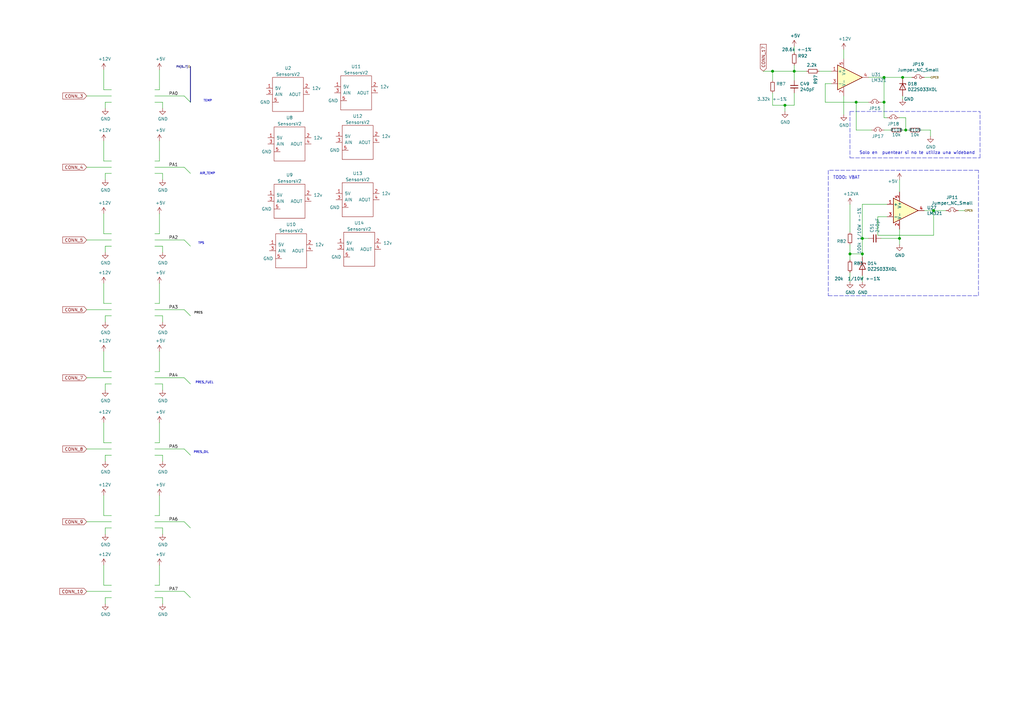
<source format=kicad_sch>
(kicad_sch (version 20210126) (generator eeschema)
  (paper "A3")
  (lib_symbols
    (symbol "Amplifier_Operational:LM321" (pin_names (offset 0.127))
      (property "Reference" "U" (at 0 7.62 0))
      (property "Value" "LM321" (at 0 5.08 0))
      (symbol "LM321_0_1"
        (polyline (pts (xy -5.08 5.08) (xy 5.08 0) (xy -5.08 -5.08) (xy -5.08 5.08)) (stroke (width 0.254)) (fill (type background)))
      )
      (symbol "LM321_1_1"
        (pin input line (at -7.62 2.54 0) (length 2.54) (name "+") (number "1"))
        (pin power_in line (at -2.54 -7.62 90) (length 3.81) (name "V-") (number "2"))
        (pin input line (at -7.62 -2.54 0) (length 2.54) (name "-") (number "3"))
        (pin output line (at 7.62 0 180) (length 2.54) (name "~") (number "4"))
        (pin power_in line (at -2.54 7.62 270) (length 3.81) (name "V+") (number "5"))
      )
    )
    (symbol "Device:C_Small" (pin_numbers hide) (pin_names (offset 0.254) hide)
      (property "Reference" "C" (at 0.254 1.778 0))
      (property "Value" "C_Small" (at 0.254 -2.032 0))
      (symbol "C_Small_0_1"
        (polyline (pts (xy -1.524 -0.508) (xy 1.524 -0.508)) (stroke (width 0.3302)))
        (polyline (pts (xy -1.524 0.508) (xy 1.524 0.508)) (stroke (width 0.3048)))
      )
      (symbol "C_Small_1_1"
        (pin passive line (at 0 2.54 270) (length 2.032) (name "~") (number "1"))
        (pin passive line (at 0 -2.54 90) (length 2.032) (name "~") (number "2"))
      )
    )
    (symbol "Device:Jumper_NC_Small" (pin_numbers hide) (pin_names (offset 0.762) hide)
      (property "Reference" "JP" (at 0 2.032 0))
      (property "Value" "Jumper_NC_Small" (at 0.254 -1.524 0))
      (symbol "Jumper_NC_Small_0_1"
        (arc (start 1.016 0.762) (end -1.016 0.762) (radius (at 0 -0.254) (length 1.4478) (angles 45 135)))
        (circle (center -1.016 0) (radius 0.508))
        (circle (center 1.016 0) (radius 0.508))
        (pin passive line (at -2.54 0 0) (length 1.016) (name "1") (number "1"))
        (pin passive line (at 2.54 0 180) (length 1.016) (name "2") (number "2"))
      )
    )
    (symbol "Device:R_Small" (pin_numbers hide) (pin_names (offset 0.254) hide)
      (property "Reference" "R" (at 0.762 0.508 0))
      (property "Value" "R_Small" (at 0.762 -1.016 0))
      (symbol "R_Small_0_1"
        (rectangle (start -0.762 1.778) (end 0.762 -1.778) (stroke (width 0.2032)))
      )
      (symbol "R_Small_1_1"
        (pin passive line (at 0 2.54 270) (length 0.762) (name "~") (number "1"))
        (pin passive line (at 0 -2.54 90) (length 0.762) (name "~") (number "2"))
      )
    )
    (symbol "Diode:DZ2S033X0L" (pin_numbers hide) (pin_names (offset 1.016) hide)
      (property "Reference" "D" (at 0 2.54 0))
      (property "Value" "DZ2S033X0L" (at 0 -2.54 0))
      (symbol "DZ2S033X0L_0_1"
        (polyline (pts (xy 1.27 0) (xy -1.27 0)))
        (polyline (pts (xy -1.27 -1.27) (xy -1.27 1.27) (xy -0.762 1.27)) (stroke (width 0.254)))
        (polyline (pts (xy 1.27 -1.27) (xy 1.27 1.27) (xy -1.27 0) (xy 1.27 -1.27)) (stroke (width 0.254)))
      )
      (symbol "DZ2S033X0L_1_1"
        (pin passive line (at -3.81 0 0) (length 2.54) (name "K") (number "1"))
        (pin passive line (at 3.81 0 180) (length 2.54) (name "A") (number "2"))
      )
    )
    (symbol "OpenEFI-STM32-rev3:SensorsV2" (pin_names (offset 1.016))
      (property "Reference" "U" (at -3.81 5.08 0))
      (property "Value" "SensorsV2" (at 0.635 -5.715 0))
      (symbol "SensorsV2_0_1"
        (rectangle (start -5.715 6.985) (end 6.985 -6.985))
      )
      (symbol "SensorsV2_1_1"
        (pin power_in line (at -8.255 2.54 0) (length 2.54) (name "5V") (number "1"))
        (pin power_in line (at 6.985 2.54 0) (length 2.54) (name "12v") (number "2"))
        (pin input line (at -8.255 0 0) (length 2.54) (name "AIN") (number "3"))
        (pin output line (at 9.525 0 180) (length 2.54) (name "AOUT") (number "4"))
        (pin input line (at -3.175 -3.175 180) (length 2.54) (name "GND") (number "5"))
      )
    )
    (symbol "power:+12V" (power) (pin_names (offset 0))
      (property "Value" "+12V" (at 0 3.556 0))
      (symbol "+12V_0_1"
        (polyline (pts (xy -0.762 1.27) (xy 0 2.54)))
        (polyline (pts (xy 0 0) (xy 0 2.54)))
        (polyline (pts (xy 0 2.54) (xy 0.762 1.27)))
      )
      (symbol "+12V_1_1"
        (pin power_in line (at 0 0 90) (length 0) hide (name "+12V") (number "1"))
      )
    )
    (symbol "power:+12VA" (power) (pin_names (offset 0))
      (property "Value" "+12VA" (at 0 3.556 0))
      (symbol "+12VA_0_1"
        (polyline (pts (xy -0.762 1.27) (xy 0 2.54)))
        (polyline (pts (xy 0 0) (xy 0 2.54)))
        (polyline (pts (xy 0 2.54) (xy 0.762 1.27)))
      )
      (symbol "+12VA_1_1"
        (pin power_in line (at 0 0 90) (length 0) hide (name "+12VA") (number "1"))
      )
    )
    (symbol "power:+5V" (power) (pin_names (offset 0))
      (property "Value" "+5V" (at 0 3.556 0))
      (symbol "+5V_0_1"
        (polyline (pts (xy -0.762 1.27) (xy 0 2.54)))
        (polyline (pts (xy 0 0) (xy 0 2.54)))
        (polyline (pts (xy 0 2.54) (xy 0.762 1.27)))
      )
      (symbol "+5V_1_1"
        (pin power_in line (at 0 0 90) (length 0) hide (name "+5V") (number "1"))
      )
    )
    (symbol "power:GND" (power) (pin_names (offset 0))
      (property "Value" "GND" (at 0 -3.81 0))
      (symbol "GND_0_1"
        (polyline (pts (xy 0 0) (xy 0 -1.27) (xy 1.27 -1.27) (xy 0 -2.54) (xy -1.27 -1.27) (xy 0 -1.27)))
      )
      (symbol "GND_1_1"
        (pin power_in line (at 0 0 270) (length 0) hide (name "GND") (number "1"))
      )
    )
  )
  (junction (at 316.865 29.21) (diameter 1.016))
  (junction (at 321.945 43.18) (diameter 1.016))
  (junction (at 325.755 29.21) (diameter 1.016))
  (junction (at 348.615 104.14) (diameter 1.016))
  (junction (at 351.155 41.91) (diameter 1.016))
  (junction (at 353.695 97.79) (diameter 1.016))
  (junction (at 353.695 104.14) (diameter 1.016))
  (junction (at 362.585 31.75) (diameter 1.016))
  (junction (at 362.585 41.91) (diameter 1.016))
  (junction (at 368.935 97.79) (diameter 1.016))
  (junction (at 370.205 31.75) (diameter 1.016))
  (junction (at 371.475 53.34) (diameter 1.016))
  (junction (at 382.905 86.36) (diameter 1.016))
  (bus_entry (at 75.565 39.37) (size 2.54 2.54) (stroke (width 0.1524)))
  (bus_entry (at 75.565 68.58) (size 2.54 2.54) (stroke (width 0.1524)))
  (bus_entry (at 75.565 98.425) (size 2.54 2.54) (stroke (width 0.1524)))
  (bus_entry (at 75.565 127) (size 2.54 2.54) (stroke (width 0.1524)))
  (bus_entry (at 75.565 154.94) (size 2.54 2.54) (stroke (width 0.1524)))
  (bus_entry (at 75.565 184.15) (size 2.54 2.54) (stroke (width 0.1524)))
  (bus_entry (at 75.565 213.995) (size 2.54 2.54) (stroke (width 0.1524)))
  (bus_entry (at 75.565 242.57) (size 2.54 2.54) (stroke (width 0.1524)))
  (wire (pts (xy 35.56 39.37) (xy 45.72 39.37)))
  (wire (pts (xy 35.56 68.58) (xy 45.72 68.58)))
  (wire (pts (xy 35.56 98.425) (xy 45.72 98.425)))
  (wire (pts (xy 35.56 127) (xy 45.72 127)))
  (wire (pts (xy 35.56 154.94) (xy 45.72 154.94)))
  (wire (pts (xy 35.56 184.15) (xy 45.72 184.15)))
  (wire (pts (xy 35.56 213.995) (xy 45.72 213.995)))
  (wire (pts (xy 35.56 242.57) (xy 45.72 242.57)))
  (wire (pts (xy 42.545 28.575) (xy 42.545 36.83)))
  (wire (pts (xy 42.545 36.83) (xy 45.72 36.83)))
  (wire (pts (xy 42.545 57.785) (xy 42.545 66.04)))
  (wire (pts (xy 42.545 66.04) (xy 45.72 66.04)))
  (wire (pts (xy 42.545 87.63) (xy 42.545 95.885)))
  (wire (pts (xy 42.545 95.885) (xy 45.72 95.885)))
  (wire (pts (xy 42.545 116.205) (xy 42.545 124.46)))
  (wire (pts (xy 42.545 124.46) (xy 45.72 124.46)))
  (wire (pts (xy 42.545 144.145) (xy 42.545 152.4)))
  (wire (pts (xy 42.545 152.4) (xy 45.72 152.4)))
  (wire (pts (xy 42.545 173.355) (xy 42.545 181.61)))
  (wire (pts (xy 42.545 181.61) (xy 45.72 181.61)))
  (wire (pts (xy 42.545 203.2) (xy 42.545 211.455)))
  (wire (pts (xy 42.545 211.455) (xy 45.72 211.455)))
  (wire (pts (xy 42.545 231.775) (xy 42.545 240.03)))
  (wire (pts (xy 42.545 240.03) (xy 45.72 240.03)))
  (wire (pts (xy 43.18 41.91) (xy 43.18 44.45)))
  (wire (pts (xy 43.18 71.12) (xy 43.18 73.66)))
  (wire (pts (xy 43.18 100.965) (xy 43.18 103.505)))
  (wire (pts (xy 43.18 129.54) (xy 43.18 132.08)))
  (wire (pts (xy 43.18 157.48) (xy 43.18 160.02)))
  (wire (pts (xy 43.18 186.69) (xy 43.18 189.23)))
  (wire (pts (xy 43.18 216.535) (xy 43.18 219.075)))
  (wire (pts (xy 43.18 245.11) (xy 43.18 247.65)))
  (wire (pts (xy 45.72 41.91) (xy 43.18 41.91)))
  (wire (pts (xy 45.72 71.12) (xy 43.18 71.12)))
  (wire (pts (xy 45.72 100.965) (xy 43.18 100.965)))
  (wire (pts (xy 45.72 129.54) (xy 43.18 129.54)))
  (wire (pts (xy 45.72 157.48) (xy 43.18 157.48)))
  (wire (pts (xy 45.72 186.69) (xy 43.18 186.69)))
  (wire (pts (xy 45.72 216.535) (xy 43.18 216.535)))
  (wire (pts (xy 45.72 245.11) (xy 43.18 245.11)))
  (wire (pts (xy 63.5 36.83) (xy 65.405 36.83)))
  (wire (pts (xy 63.5 39.37) (xy 75.565 39.37)))
  (wire (pts (xy 63.5 41.91) (xy 66.675 41.91)))
  (wire (pts (xy 63.5 66.04) (xy 65.405 66.04)))
  (wire (pts (xy 63.5 68.58) (xy 75.565 68.58)))
  (wire (pts (xy 63.5 71.12) (xy 66.675 71.12)))
  (wire (pts (xy 63.5 95.885) (xy 65.405 95.885)))
  (wire (pts (xy 63.5 98.425) (xy 75.565 98.425)))
  (wire (pts (xy 63.5 100.965) (xy 66.675 100.965)))
  (wire (pts (xy 63.5 124.46) (xy 65.405 124.46)))
  (wire (pts (xy 63.5 127) (xy 75.565 127)))
  (wire (pts (xy 63.5 129.54) (xy 66.675 129.54)))
  (wire (pts (xy 63.5 152.4) (xy 65.405 152.4)))
  (wire (pts (xy 63.5 154.94) (xy 75.565 154.94)))
  (wire (pts (xy 63.5 157.48) (xy 66.675 157.48)))
  (wire (pts (xy 63.5 181.61) (xy 65.405 181.61)))
  (wire (pts (xy 63.5 184.15) (xy 75.565 184.15)))
  (wire (pts (xy 63.5 186.69) (xy 66.675 186.69)))
  (wire (pts (xy 63.5 211.455) (xy 65.405 211.455)))
  (wire (pts (xy 63.5 213.995) (xy 75.565 213.995)))
  (wire (pts (xy 63.5 216.535) (xy 66.675 216.535)))
  (wire (pts (xy 63.5 240.03) (xy 65.405 240.03)))
  (wire (pts (xy 63.5 242.57) (xy 75.565 242.57)))
  (wire (pts (xy 63.5 245.11) (xy 66.675 245.11)))
  (wire (pts (xy 65.405 28.575) (xy 65.405 36.83)))
  (wire (pts (xy 65.405 57.785) (xy 65.405 66.04)))
  (wire (pts (xy 65.405 87.63) (xy 65.405 95.885)))
  (wire (pts (xy 65.405 116.205) (xy 65.405 124.46)))
  (wire (pts (xy 65.405 144.145) (xy 65.405 152.4)))
  (wire (pts (xy 65.405 173.355) (xy 65.405 181.61)))
  (wire (pts (xy 65.405 203.2) (xy 65.405 211.455)))
  (wire (pts (xy 65.405 231.775) (xy 65.405 240.03)))
  (wire (pts (xy 66.675 41.91) (xy 66.675 44.45)))
  (wire (pts (xy 66.675 71.12) (xy 66.675 73.66)))
  (wire (pts (xy 66.675 100.965) (xy 66.675 103.505)))
  (wire (pts (xy 66.675 129.54) (xy 66.675 132.08)))
  (wire (pts (xy 66.675 157.48) (xy 66.675 160.02)))
  (wire (pts (xy 66.675 186.69) (xy 66.675 189.23)))
  (wire (pts (xy 66.675 216.535) (xy 66.675 219.075)))
  (wire (pts (xy 66.675 245.11) (xy 66.675 247.65)))
  (wire (pts (xy 316.865 29.21) (xy 313.055 29.21)))
  (wire (pts (xy 316.865 33.02) (xy 316.865 29.21)))
  (wire (pts (xy 316.865 38.1) (xy 316.865 43.18)))
  (wire (pts (xy 316.865 43.18) (xy 321.945 43.18)))
  (wire (pts (xy 321.945 43.18) (xy 325.755 43.18)))
  (wire (pts (xy 321.945 45.72) (xy 321.945 43.18)))
  (wire (pts (xy 325.755 19.05) (xy 325.755 21.59)))
  (wire (pts (xy 325.755 26.67) (xy 325.755 29.21)))
  (wire (pts (xy 325.755 29.21) (xy 316.865 29.21)))
  (wire (pts (xy 325.755 29.21) (xy 325.755 33.02)))
  (wire (pts (xy 325.755 43.18) (xy 325.755 38.1)))
  (wire (pts (xy 330.835 29.21) (xy 325.755 29.21)))
  (wire (pts (xy 335.915 29.21) (xy 340.995 29.21)))
  (wire (pts (xy 338.455 34.29) (xy 338.455 41.91)))
  (wire (pts (xy 340.995 34.29) (xy 338.455 34.29)))
  (wire (pts (xy 346.075 24.13) (xy 346.075 20.32)))
  (wire (pts (xy 346.075 39.37) (xy 346.075 46.99)))
  (wire (pts (xy 348.615 83.82) (xy 348.615 95.25)))
  (wire (pts (xy 348.615 100.33) (xy 348.615 104.14)))
  (wire (pts (xy 348.615 104.14) (xy 348.615 106.68)))
  (wire (pts (xy 348.615 111.76) (xy 348.615 115.57)))
  (wire (pts (xy 351.155 41.91) (xy 338.455 41.91)))
  (wire (pts (xy 351.155 53.34) (xy 351.155 41.91)))
  (wire (pts (xy 353.695 83.82) (xy 353.695 97.79)))
  (wire (pts (xy 353.695 83.82) (xy 363.855 83.82)))
  (wire (pts (xy 353.695 97.79) (xy 353.695 104.14)))
  (wire (pts (xy 353.695 104.14) (xy 348.615 104.14)))
  (wire (pts (xy 353.695 105.41) (xy 353.695 104.14)))
  (wire (pts (xy 353.695 115.57) (xy 353.695 113.03)))
  (wire (pts (xy 356.235 41.91) (xy 351.155 41.91)))
  (wire (pts (xy 356.235 97.79) (xy 353.695 97.79)))
  (wire (pts (xy 357.505 53.34) (xy 351.155 53.34)))
  (wire (pts (xy 360.045 88.9) (xy 360.045 96.52)))
  (wire (pts (xy 360.045 96.52) (xy 382.905 96.52)))
  (wire (pts (xy 361.315 41.91) (xy 362.585 41.91)))
  (wire (pts (xy 361.315 97.79) (xy 368.935 97.79)))
  (wire (pts (xy 362.585 31.75) (xy 356.235 31.75)))
  (wire (pts (xy 362.585 31.75) (xy 370.205 31.75)))
  (wire (pts (xy 362.585 41.91) (xy 362.585 31.75)))
  (wire (pts (xy 362.585 48.26) (xy 362.585 41.91)))
  (wire (pts (xy 362.585 53.34) (xy 365.125 53.34)))
  (wire (pts (xy 363.855 48.26) (xy 362.585 48.26)))
  (wire (pts (xy 363.855 88.9) (xy 360.045 88.9)))
  (wire (pts (xy 368.935 78.74) (xy 368.935 73.66)))
  (wire (pts (xy 368.935 97.79) (xy 368.935 93.98)))
  (wire (pts (xy 368.935 100.33) (xy 368.935 97.79)))
  (wire (pts (xy 370.205 31.75) (xy 374.015 31.75)))
  (wire (pts (xy 370.205 40.64) (xy 370.205 39.37)))
  (wire (pts (xy 370.205 53.34) (xy 371.475 53.34)))
  (wire (pts (xy 371.475 48.26) (xy 368.935 48.26)))
  (wire (pts (xy 371.475 53.34) (xy 371.475 48.26)))
  (wire (pts (xy 371.475 53.34) (xy 372.745 53.34)))
  (wire (pts (xy 377.825 53.34) (xy 381.635 53.34)))
  (wire (pts (xy 381.635 31.75) (xy 379.095 31.75)))
  (wire (pts (xy 381.635 53.34) (xy 381.635 55.88)))
  (wire (pts (xy 382.905 86.36) (xy 379.095 86.36)))
  (wire (pts (xy 382.905 86.36) (xy 387.985 86.36)))
  (wire (pts (xy 382.905 96.52) (xy 382.905 86.36)))
  (wire (pts (xy 395.605 86.36) (xy 393.065 86.36)))
  (bus (pts (xy 78.105 27.305) (xy 78.105 245.11)))
  (polyline (pts (xy 339.725 69.85) (xy 339.725 121.285)) (stroke (width 0) (type dash)))
  (polyline (pts (xy 339.725 121.285) (xy 401.32 121.285)) (stroke (width 0) (type dash)))
  (polyline (pts (xy 348.615 45.72) (xy 348.615 64.77)) (stroke (width 0) (type dash)))
  (polyline (pts (xy 348.615 45.72) (xy 401.955 45.72)) (stroke (width 0) (type dash)))
  (polyline (pts (xy 348.615 64.77) (xy 401.955 64.77)) (stroke (width 0) (type dash)))
  (polyline (pts (xy 401.32 69.85) (xy 339.725 69.85)) (stroke (width 0) (type dash)))
  (polyline (pts (xy 401.32 121.285) (xy 401.32 69.85)) (stroke (width 0) (type dash)))
  (polyline (pts (xy 401.955 64.77) (xy 401.955 45.72)) (stroke (width 0) (type dash)))
  (text "TPS" (at 83.82 100.33 180) (effects (font (size 0.889 0.889)) (justify right bottom)))
  (text "PRES_OIL" (at 85.725 186.055 180) (effects (font (size 0.889 0.889)) (justify right bottom)))
  (text "TEMP" (at 86.995 41.91 180) (effects (font (size 0.889 0.889)) (justify right bottom)))
  (text "PRES_FUEL" (at 87.63 157.48 180) (effects (font (size 0.889 0.889)) (justify right bottom)))
  (text "AIR_TEMP" (at 88.265 71.755 180) (effects (font (size 0.889 0.889)) (justify right bottom)))
  (text "TODO: VBAT" (at 341.63 73.66 0) (effects (font (size 1.27 1.27)) (justify left bottom)))
  (text "Solo en  puentear si no te utiliza una wideband" (at 352.425 63.5 0) (effects (font (size 1.27 1.27)) (justify left bottom)))
  (label "PA0" (at 73.025 39.37 180))
  (label "PA1" (at 73.025 68.58 180))
  (label "PA2" (at 73.025 98.425 180))
  (label "PA3" (at 73.025 127 180))
  (label "PA4" (at 73.025 154.94 180))
  (label "PA5" (at 73.025 184.15 180))
  (label "PA6" (at 73.025 213.995 180))
  (label "PA7" (at 73.025 242.57 180))
  (label "PRES" (at 83.185 128.905 180) (effects (font (size 0.889 0.889))))
  (global_label "CONN_3" (shape input) (at 35.56 39.37 180) (property "Intersheet References" "${INTERSHEET_REFS}" (effects hide)))
  (global_label "CONN_4" (shape input) (at 35.56 68.58 180) (property "Intersheet References" "${INTERSHEET_REFS}" (effects hide)))
  (global_label "CONN_5" (shape input) (at 35.56 98.425 180) (property "Intersheet References" "${INTERSHEET_REFS}" (effects hide)))
  (global_label "CONN_6" (shape input) (at 35.56 127 180) (property "Intersheet References" "${INTERSHEET_REFS}" (effects hide)))
  (global_label "CONN_7" (shape input) (at 35.56 154.94 180) (property "Intersheet References" "${INTERSHEET_REFS}" (effects hide)))
  (global_label "CONN_8" (shape input) (at 35.56 184.15 180) (property "Intersheet References" "${INTERSHEET_REFS}" (effects hide)))
  (global_label "CONN_9" (shape input) (at 35.56 213.995 180) (property "Intersheet References" "${INTERSHEET_REFS}" (effects hide)))
  (global_label "CONN_10" (shape input) (at 35.56 242.57 180) (property "Intersheet References" "${INTERSHEET_REFS}" (effects hide)))
  (global_label "CONN_17" (shape input) (at 313.055 29.21 90) (property "Intersheet References" "${INTERSHEET_REFS}" (effects hide)))
  (hierarchical_label "PA[0..7]" (shape input) (at 78.105 27.305 180) (effects (font (size 0.787 0.787))))
  (hierarchical_label "PC0" (shape input) (at 381.635 31.75 0) (effects (font (size 0.7874 0.7874))))
  (hierarchical_label "PC5" (shape input) (at 395.605 86.36 0) (effects (font (size 0.7874 0.7874))))
  (symbol (lib_id "power:+12V") (at 42.545 28.575 0) (unit 1)
    (property "Reference" "#PWR037" (effects hide))
    (property "Value" "+12V" (at 42.926 24.1808 0))
  )
  (symbol (lib_id "power:+12V") (at 42.545 57.785 0) (unit 1)
    (property "Reference" "#PWR0104" (effects hide))
    (property "Value" "+12V" (at 42.926 53.3908 0))
  )
  (symbol (lib_id "power:+12V") (at 42.545 87.63 0) (unit 1)
    (property "Reference" "#PWR0187" (effects hide))
    (property "Value" "+12V" (at 42.926 83.2358 0))
  )
  (symbol (lib_id "power:+12V") (at 42.545 116.205 0) (unit 1)
    (property "Reference" "#PWR0190" (effects hide))
    (property "Value" "+12V" (at 42.926 111.8108 0))
  )
  (symbol (lib_id "power:+12V") (at 42.545 144.145 0) (unit 1)
    (property "Reference" "#PWR0191" (effects hide))
    (property "Value" "+12V" (at 42.926 139.7508 0))
  )
  (symbol (lib_id "power:+12V") (at 42.545 173.355 0) (unit 1)
    (property "Reference" "#PWR0195" (effects hide))
    (property "Value" "+12V" (at 42.926 168.9608 0))
  )
  (symbol (lib_id "power:+12V") (at 42.545 203.2 0) (unit 1)
    (property "Reference" "#PWR0202" (effects hide))
    (property "Value" "+12V" (at 42.926 198.8058 0))
  )
  (symbol (lib_id "power:+12V") (at 42.545 231.775 0) (unit 1)
    (property "Reference" "#PWR0204" (effects hide))
    (property "Value" "+12V" (at 42.926 227.3808 0))
  )
  (symbol (lib_id "power:+5V") (at 65.405 28.575 0) (unit 1)
    (property "Reference" "#PWR032" (effects hide))
    (property "Value" "+5V" (at 65.786 24.1808 0))
  )
  (symbol (lib_id "power:+5V") (at 65.405 57.785 0) (unit 1)
    (property "Reference" "#PWR0103" (effects hide))
    (property "Value" "+5V" (at 65.786 53.3908 0))
  )
  (symbol (lib_id "power:+5V") (at 65.405 87.63 0) (unit 1)
    (property "Reference" "#PWR0186" (effects hide))
    (property "Value" "+5V" (at 65.786 83.2358 0))
  )
  (symbol (lib_id "power:+5V") (at 65.405 116.205 0) (unit 1)
    (property "Reference" "#PWR0182" (effects hide))
    (property "Value" "+5V" (at 65.786 111.8108 0))
  )
  (symbol (lib_id "power:+5V") (at 65.405 144.145 0) (unit 1)
    (property "Reference" "#PWR0193" (effects hide))
    (property "Value" "+5V" (at 65.786 139.7508 0))
  )
  (symbol (lib_id "power:+5V") (at 65.405 173.355 0) (unit 1)
    (property "Reference" "#PWR0194" (effects hide))
    (property "Value" "+5V" (at 65.786 168.9608 0))
  )
  (symbol (lib_id "power:+5V") (at 65.405 203.2 0) (unit 1)
    (property "Reference" "#PWR0203" (effects hide))
    (property "Value" "+5V" (at 65.786 198.8058 0))
  )
  (symbol (lib_id "power:+5V") (at 65.405 231.775 0) (unit 1)
    (property "Reference" "#PWR0207" (effects hide))
    (property "Value" "+5V" (at 65.786 227.3808 0))
  )
  (symbol (lib_id "power:+5V") (at 325.755 19.05 0) (unit 1)
    (property "Reference" "#PWR0143" (effects hide))
    (property "Value" "+5V" (at 326.136 14.6558 0))
  )
  (symbol (lib_id "power:+12V") (at 346.075 20.32 0) (unit 1)
    (property "Reference" "#PWR0151" (effects hide))
    (property "Value" "+12V" (at 346.456 15.9258 0))
  )
  (symbol (lib_id "power:+12VA") (at 348.615 83.82 0) (unit 1)
    (property "Reference" "#PWR0179" (effects hide))
    (property "Value" "+12VA" (at 348.9833 79.4956 0))
  )
  (symbol (lib_id "power:+5V") (at 368.935 73.66 0) (unit 1)
    (property "Reference" "#PWR0133" (effects hide))
    (property "Value" "+5V" (at 366.141 74.3458 0))
  )
  (symbol (lib_id "power:GND") (at 43.18 44.45 0) (unit 1)
    (property "Reference" "#PWR0180" (effects hide))
    (property "Value" "GND" (at 43.2943 48.7744 0))
  )
  (symbol (lib_id "power:GND") (at 43.18 73.66 0) (unit 1)
    (property "Reference" "#PWR0185" (effects hide))
    (property "Value" "GND" (at 43.2943 77.9844 0))
  )
  (symbol (lib_id "power:GND") (at 43.18 103.505 0) (unit 1)
    (property "Reference" "#PWR0188" (effects hide))
    (property "Value" "GND" (at 43.2943 107.8294 0))
  )
  (symbol (lib_id "power:GND") (at 43.18 132.08 0) (unit 1)
    (property "Reference" "#PWR0192" (effects hide))
    (property "Value" "GND" (at 43.2943 136.4044 0))
  )
  (symbol (lib_id "power:GND") (at 43.18 160.02 0) (unit 1)
    (property "Reference" "#PWR0196" (effects hide))
    (property "Value" "GND" (at 43.2943 164.3444 0))
  )
  (symbol (lib_id "power:GND") (at 43.18 189.23 0) (unit 1)
    (property "Reference" "#PWR0200" (effects hide))
    (property "Value" "GND" (at 43.2943 193.5544 0))
  )
  (symbol (lib_id "power:GND") (at 43.18 219.075 0) (unit 1)
    (property "Reference" "#PWR0206" (effects hide))
    (property "Value" "GND" (at 43.2943 223.3994 0))
  )
  (symbol (lib_id "power:GND") (at 43.18 247.65 0) (unit 1)
    (property "Reference" "#PWR0199" (effects hide))
    (property "Value" "GND" (at 43.2943 251.9744 0))
  )
  (symbol (lib_id "power:GND") (at 66.675 44.45 0) (unit 1)
    (property "Reference" "#PWR0181" (effects hide))
    (property "Value" "GND" (at 66.7893 48.7744 0))
  )
  (symbol (lib_id "power:GND") (at 66.675 73.66 0) (unit 1)
    (property "Reference" "#PWR0184" (effects hide))
    (property "Value" "GND" (at 66.7893 77.9844 0))
  )
  (symbol (lib_id "power:GND") (at 66.675 103.505 0) (unit 1)
    (property "Reference" "#PWR0189" (effects hide))
    (property "Value" "GND" (at 66.7893 107.8294 0))
  )
  (symbol (lib_id "power:GND") (at 66.675 132.08 0) (unit 1)
    (property "Reference" "#PWR0183" (effects hide))
    (property "Value" "GND" (at 66.7893 136.4044 0))
  )
  (symbol (lib_id "power:GND") (at 66.675 160.02 0) (unit 1)
    (property "Reference" "#PWR0197" (effects hide))
    (property "Value" "GND" (at 66.7893 164.3444 0))
  )
  (symbol (lib_id "power:GND") (at 66.675 189.23 0) (unit 1)
    (property "Reference" "#PWR0201" (effects hide))
    (property "Value" "GND" (at 66.7893 193.5544 0))
  )
  (symbol (lib_id "power:GND") (at 66.675 219.075 0) (unit 1)
    (property "Reference" "#PWR0198" (effects hide))
    (property "Value" "GND" (at 66.7893 223.3994 0))
  )
  (symbol (lib_id "power:GND") (at 66.675 247.65 0) (unit 1)
    (property "Reference" "#PWR0205" (effects hide))
    (property "Value" "GND" (at 66.7893 251.9744 0))
  )
  (symbol (lib_id "power:GND") (at 321.945 45.72 0) (unit 1)
    (property "Reference" "#PWR0138" (effects hide))
    (property "Value" "GND" (at 322.072 50.1142 0))
  )
  (symbol (lib_id "power:GND") (at 346.075 46.99 0) (unit 1)
    (property "Reference" "#PWR0158" (effects hide))
    (property "Value" "GND" (at 346.202 51.3842 0))
  )
  (symbol (lib_id "power:GND") (at 348.615 115.57 0) (unit 1)
    (property "Reference" "#PWR0131" (effects hide))
    (property "Value" "GND" (at 348.742 119.9642 0))
  )
  (symbol (lib_id "power:GND") (at 353.695 115.57 0) (unit 1)
    (property "Reference" "#PWR0132" (effects hide))
    (property "Value" "GND" (at 353.822 119.9642 0))
  )
  (symbol (lib_id "power:GND") (at 368.935 100.33 0) (unit 1)
    (property "Reference" "#PWR0134" (effects hide))
    (property "Value" "GND" (at 369.062 104.7242 0))
  )
  (symbol (lib_id "power:GND") (at 370.205 40.64 0) (unit 1)
    (property "Reference" "#PWR0171" (effects hide))
    (property "Value" "GND" (at 372.745 40.64 0))
  )
  (symbol (lib_id "power:GND") (at 381.635 55.88 0) (unit 1)
    (property "Reference" "#PWR0152" (effects hide))
    (property "Value" "GND" (at 381.762 60.2742 0))
  )
  (symbol (lib_id "Device:Jumper_NC_Small") (at 358.775 41.91 0) (unit 1)
    (property "Reference" "JP15" (at 358.775 44.45 0))
    (property "Value" "Jumper_NC_Small" (effects hide))
    (property "Footprint" "Jumper:SolderJumper-2_P1.3mm_Open_TrianglePad1.0x1.5mm" (effects hide))
  )
  (symbol (lib_id "Device:Jumper_NC_Small") (at 360.045 53.34 0) (unit 1)
    (property "Reference" "JP17" (at 360.045 55.88 0))
    (property "Value" "Jumper_NC_Small" (effects hide))
    (property "Footprint" "Jumper:SolderJumper-2_P1.3mm_Open_TrianglePad1.0x1.5mm" (effects hide))
  )
  (symbol (lib_id "Device:Jumper_NC_Small") (at 366.395 48.26 0) (unit 1)
    (property "Reference" "JP18" (at 366.395 50.8 0))
    (property "Value" "Jumper_NC_Small" (effects hide))
    (property "Footprint" "Jumper:SolderJumper-2_P1.3mm_Open_TrianglePad1.0x1.5mm" (effects hide))
  )
  (symbol (lib_id "Device:Jumper_NC_Small") (at 376.555 31.75 0) (unit 1)
    (property "Reference" "JP19" (at 376.555 26.3652 0))
    (property "Value" "Jumper_NC_Small" (at 376.555 28.6766 0))
    (property "Footprint" "Jumper:SolderJumper-2_P1.3mm_Open_TrianglePad1.0x1.5mm" (effects hide))
  )
  (symbol (lib_id "Device:Jumper_NC_Small") (at 390.525 86.36 0) (unit 1)
    (property "Reference" "JP11" (at 390.525 80.9752 0))
    (property "Value" "Jumper_NC_Small" (at 390.525 83.2866 0))
    (property "Footprint" "Jumper:SolderJumper-2_P1.3mm_Open_TrianglePad1.0x1.5mm" (effects hide))
  )
  (symbol (lib_id "Device:R_Small") (at 316.865 35.56 0) (unit 1)
    (property "Reference" "R87" (at 318.3636 34.3916 0) (effects (justify left)))
    (property "Value" "3.32k +-1%" (at 310.515 40.64 0) (effects (justify left)))
    (property "Footprint" "Resistor_SMD:R_0603_1608Metric" (effects hide))
    (property "LCSC" "C234508" (effects hide))
  )
  (symbol (lib_id "Device:R_Small") (at 325.755 24.13 180) (unit 1)
    (property "Reference" "R92" (at 327.2536 22.9616 0) (effects (justify right)))
    (property "Value" "28.6k +-1%" (at 320.675 20.32 0) (effects (justify right)))
    (property "Footprint" "Resistor_SMD:R_0603_1608Metric" (effects hide))
    (property "LCSC" "C217931" (effects hide))
  )
  (symbol (lib_id "Device:R_Small") (at 333.375 29.21 270) (unit 1)
    (property "Reference" "R97" (at 334.5434 30.7086 0) (effects (justify left)))
    (property "Value" "2.2k" (at 330.835 26.67 90) (effects (justify left)))
    (property "Footprint" "Resistor_SMD:R_0603_1608Metric" (effects hide))
    (property "LCSC" "C309092" (effects hide))
  )
  (symbol (lib_id "Device:R_Small") (at 348.615 97.79 180) (unit 1)
    (property "Reference" "R82" (at 347.1164 98.9584 0) (effects (justify left)))
    (property "Value" "100k 1/10W +-1%" (at 352.425 85.09 90) (effects (justify left)))
    (property "Footprint" "Resistor_SMD:R_0603_1608Metric" (effects hide))
    (property "LCSC" "C217840" (effects hide))
  )
  (symbol (lib_id "Device:R_Small") (at 348.615 109.22 0) (unit 1)
    (property "Reference" "R83" (at 350.1136 108.0516 0) (effects (justify left)))
    (property "Value" "20k  1/10W +-1%" (at 342.265 114.3 0) (effects (justify left)))
    (property "Footprint" "Resistor_SMD:R_0603_1608Metric" (effects hide))
  )
  (symbol (lib_id "Device:R_Small") (at 367.665 53.34 270) (mirror x) (unit 1)
    (property "Reference" "R108" (at 367.665 53.34 90))
    (property "Value" "10k" (at 367.665 55.245 90))
    (property "Footprint" "Resistor_SMD:R_0603_1608Metric" (effects hide))
  )
  (symbol (lib_id "Device:R_Small") (at 375.285 53.34 270) (mirror x) (unit 1)
    (property "Reference" "R109" (at 375.285 53.34 90))
    (property "Value" "10k" (at 375.285 55.245 90))
    (property "Footprint" "Resistor_SMD:R_0603_1608Metric" (effects hide))
  )
  (symbol (lib_id "Device:C_Small") (at 325.755 35.56 0) (unit 1)
    (property "Reference" "C49" (at 328.0918 34.3916 0) (effects (justify left)))
    (property "Value" "240pF" (at 328.0918 36.703 0) (effects (justify left)))
    (property "Footprint" "Capacitor_SMD:C_0603_1608Metric" (effects hide))
    (property "LCSC" "C185593" (effects hide))
  )
  (symbol (lib_id "Device:C_Small") (at 358.775 97.79 90) (unit 1)
    (property "Reference" "C51" (at 357.6066 95.4532 0) (effects (justify left)))
    (property "Value" "240pF" (at 359.918 95.4532 0) (effects (justify left)))
    (property "Footprint" "Capacitor_SMD:C_0603_1608Metric" (effects hide))
    (property "LCSC" "C185593" (effects hide))
  )
  (symbol (lib_id "Diode:DZ2S033X0L") (at 353.695 109.22 270) (unit 1)
    (property "Reference" "D14" (at 355.727 108.0516 90) (effects (justify left)))
    (property "Value" "DZ2S033X0L" (at 355.727 110.363 90) (effects (justify left)))
    (property "Footprint" "Diode_SMD:D_MiniMELF" (effects hide))
    (property "Datasheet" "https://industrial.panasonic.com/content/data/SC/ds/ds4/DZ2S03300L_E.pdf" (effects hide))
    (property "LCSC" "C8056" (effects hide))
  )
  (symbol (lib_id "Diode:DZ2S033X0L") (at 370.205 35.56 270) (unit 1)
    (property "Reference" "D18" (at 372.237 34.3916 90) (effects (justify left)))
    (property "Value" "DZ2S033X0L" (at 372.237 36.703 90) (effects (justify left)))
    (property "Footprint" "Diode_SMD:D_MiniMELF" (effects hide))
    (property "Datasheet" "https://industrial.panasonic.com/content/data/SC/ds/ds4/DZ2S03300L_E.pdf" (effects hide))
    (property "LCSC" "C8056" (effects hide))
  )
  (symbol (lib_id "Amplifier_Operational:LM321") (at 348.615 31.75 0) (unit 1)
    (property "Reference" "U31" (at 357.3526 30.5816 0) (effects (justify left)))
    (property "Value" "LM321" (at 357.3526 32.893 0) (effects (justify left)))
    (property "Footprint" "Package_TO_SOT_SMD:SOT-23-5" (effects hide))
    (property "Datasheet" "http://www.ti.com/lit/ds/symlink/lm321.pdf" (effects hide))
  )
  (symbol (lib_id "Amplifier_Operational:LM321") (at 371.475 86.36 0) (unit 1)
    (property "Reference" "U27" (at 380.2126 85.1916 0) (effects (justify left)))
    (property "Value" "LM321" (at 380.2126 87.503 0) (effects (justify left)))
    (property "Footprint" "Package_TO_SOT_SMD:SOT-23-5" (effects hide))
    (property "Datasheet" "http://www.ti.com/lit/ds/symlink/lm321.pdf" (effects hide))
  )
  (symbol (lib_id "OpenEFI-STM32-rev3:SensorsV2") (at 117.475 38.735 0) (unit 1)
    (property "Reference" "U2" (at 118.11 27.94 0))
    (property "Value" "SensorsV2" (at 118.11 30.48 0))
    (property "Footprint" "OpenEFI-STM32F_rev3:Sensors_v2" (effects hide))
  )
  (symbol (lib_id "OpenEFI-STM32-rev3:SensorsV2") (at 118.11 59.055 0) (unit 1)
    (property "Reference" "U8" (at 118.745 48.26 0))
    (property "Value" "SensorsV2" (at 118.745 50.8 0))
    (property "Footprint" "OpenEFI-STM32F_rev3:Sensors_v2" (effects hide))
  )
  (symbol (lib_id "OpenEFI-STM32-rev3:SensorsV2") (at 118.11 82.55 0) (unit 1)
    (property "Reference" "U9" (at 118.745 71.755 0))
    (property "Value" "SensorsV2" (at 118.745 74.295 0))
    (property "Footprint" "OpenEFI-STM32F_rev3:Sensors_v2" (effects hide))
  )
  (symbol (lib_id "OpenEFI-STM32-rev3:SensorsV2") (at 118.745 102.87 0) (unit 1)
    (property "Reference" "U10" (at 119.38 92.075 0))
    (property "Value" "SensorsV2" (at 119.38 94.615 0))
    (property "Footprint" "OpenEFI-STM32F_rev3:Sensors_v2" (effects hide))
  )
  (symbol (lib_id "OpenEFI-STM32-rev3:SensorsV2") (at 145.415 38.1 0) (unit 1)
    (property "Reference" "U11" (at 146.05 27.305 0))
    (property "Value" "SensorsV2" (at 146.05 29.845 0))
    (property "Footprint" "OpenEFI-STM32F_rev3:Sensors_v2" (effects hide))
  )
  (symbol (lib_id "OpenEFI-STM32-rev3:SensorsV2") (at 146.05 58.42 0) (unit 1)
    (property "Reference" "U12" (at 146.685 47.625 0))
    (property "Value" "SensorsV2" (at 146.685 50.165 0))
    (property "Footprint" "OpenEFI-STM32F_rev3:Sensors_v2" (effects hide))
  )
  (symbol (lib_id "OpenEFI-STM32-rev3:SensorsV2") (at 146.05 81.915 0) (unit 1)
    (property "Reference" "U13" (at 146.685 71.12 0))
    (property "Value" "SensorsV2" (at 146.685 73.66 0))
    (property "Footprint" "OpenEFI-STM32F_rev3:Sensors_v2" (effects hide))
  )
  (symbol (lib_id "OpenEFI-STM32-rev3:SensorsV2") (at 146.685 102.235 0) (unit 1)
    (property "Reference" "U14" (at 147.32 91.44 0))
    (property "Value" "SensorsV2" (at 147.32 93.98 0))
    (property "Footprint" "OpenEFI-STM32F_rev3:Sensors_v2" (effects hide))
  )
)
</source>
